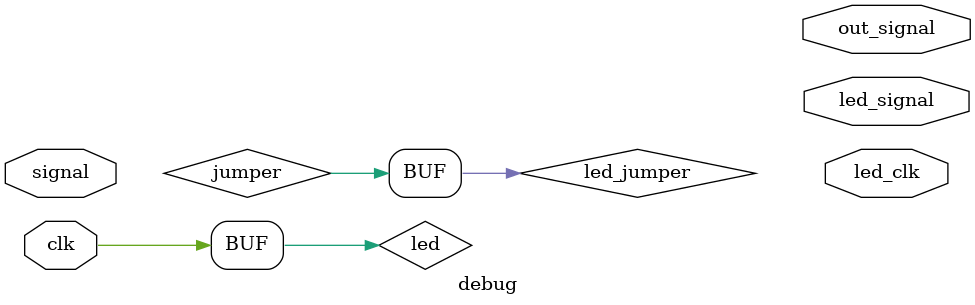
<source format=v>
`timescale 1ns / 1ps
module debug(
    input clk,
	 input signal,
	 output led_clk,
	 output reg out_signal,
	 output led_signal
    );

	//assign clk = switch | button | jumper;
	assign led = clk;
	
	always @(posedge clk) begin
		jumper = signal;
	end
	
	always @(negedge clk) begin
		jumper = 0;
	end
	
	assign led_jumper = jumper;
endmodule

</source>
